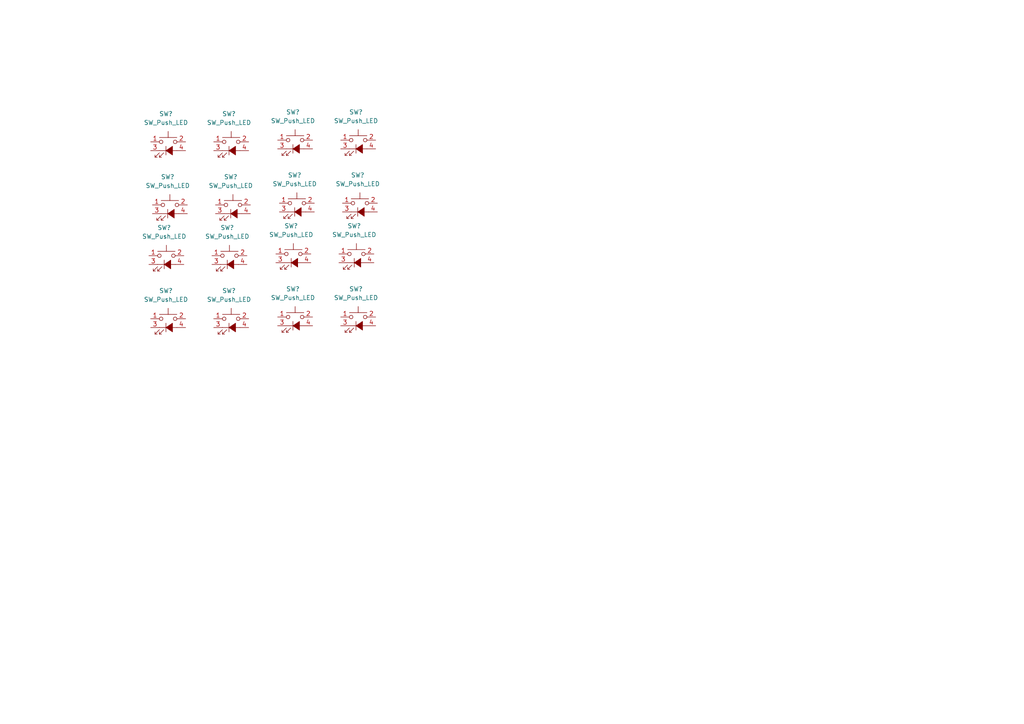
<source format=kicad_sch>
(kicad_sch (version 20211123) (generator eeschema)
  (paper "A4")
  (lib_symbols
    (symbol "Switch:SW_Push_LED" (pin_names (offset 1.016) hide)
      (property "Reference" "SW" (at 0.635 5.715 0))
      (property "Value" "SW_Push_LED" (at 0 -3.175 0))
      (symbol "SW_Push_LED_0_0"
        (polyline (pts (xy -3.81 -1.905) (xy -2.54 -0.635)))
        (polyline (pts (xy -2.54 -1.905) (xy -1.27 -0.635)))
        (polyline (pts (xy -2.54 0) (xy 2.54 0)))
        (polyline (pts (xy -0.635 1.27) (xy -0.635 -1.27)))
        (polyline (pts (xy -3.81 -1.27) (xy -3.81 -1.905) (xy -3.175 -1.905)))
        (polyline (pts (xy -2.54 -1.27) (xy -2.54 -1.905) (xy -1.905 -1.905)))
        (polyline (pts (xy -0.635 0) (xy 1.27 1.27) (xy 1.27 -1.27) (xy -0.635 0)) (fill (type outline)))
      )
      (symbol "SW_Push_LED_0_1"
        (circle (center -2.032 2.54) (radius 0.508))
        (polyline (pts (xy 0 3.81) (xy 0 5.588)))
        (polyline (pts (xy 2.54 3.81) (xy -2.54 3.81)))
        (circle (center 2.032 2.54) (radius 0.508))
        (pin passive line (at -5.08 2.54 0) (length 2.54) (name "1") (number "1"))
        (pin passive line (at 5.08 2.54 180) (length 2.54) (name "2") (number "2"))
        (pin passive line (at -5.08 0 0) (length 2.54) (name "K") (number "3"))
        (pin passive line (at 5.08 0 180) (length 2.54) (name "A") (number "4"))
      )
    )
  )
  (symbol (lib_id "Switch:SW_Push_LED") (at 49.276 61.976 0) (unit 1)
    (property "Reference" "SW?" (at 48.641 51.308 0))
    (property "Value" "SW_Push_LED" (at 48.641 53.848 0))
    (property "Footprint" "Pale Slim Ghost:PB01-109TL" (effects hide))
  )
  (symbol (lib_id "Switch:SW_Push_LED") (at 103.886 43.18 0) (unit 1)
    (property "Reference" "SW?" (at 103.251 32.512 0))
    (property "Value" "SW_Push_LED" (at 103.251 35.052 0))
    (property "Footprint" "Pale Slim Ghost:PB01-109TL" (effects hide))
  )
  (symbol (lib_id "Switch:SW_Push_LED") (at 85.598 94.488 0) (unit 1)
    (property "Reference" "SW?" (at 84.963 83.82 0))
    (property "Value" "SW_Push_LED" (at 84.963 86.36 0))
    (property "Footprint" "Pale Slim Ghost:PB01-109TL" (effects hide))
  )
  (symbol (lib_id "Switch:SW_Push_LED") (at 85.598 43.18 0) (unit 1)
    (property "Reference" "SW?" (at 84.963 32.512 0))
    (property "Value" "SW_Push_LED" (at 84.963 35.052 0))
    (property "Footprint" "Pale Slim Ghost:PB01-109TL" (effects hide))
  )
  (symbol (lib_id "Switch:SW_Push_LED") (at 48.768 94.996 0) (unit 1)
    (property "Reference" "SW?" (at 48.133 84.328 0))
    (property "Value" "SW_Push_LED" (at 48.133 86.868 0))
    (property "Footprint" "Pale Slim Ghost:PB01-109TL" (effects hide))
  )
  (symbol (lib_id "Switch:SW_Push_LED") (at 67.564 61.976 0) (unit 1)
    (property "Reference" "SW?" (at 66.929 51.308 0))
    (property "Value" "SW_Push_LED" (at 66.929 53.848 0))
    (property "Footprint" "Pale Slim Ghost:PB01-109TL" (effects hide))
  )
  (symbol (lib_id "Switch:SW_Push_LED") (at 67.056 94.996 0) (unit 1)
    (property "Reference" "SW?" (at 66.421 84.328 0))
    (property "Value" "SW_Push_LED" (at 66.421 86.868 0))
    (property "Footprint" "Pale Slim Ghost:PB01-109TL" (effects hide))
  )
  (symbol (lib_id "Switch:SW_Push_LED") (at 104.394 61.468 0) (unit 1)
    (property "Reference" "SW?" (at 103.759 50.8 0))
    (property "Value" "SW_Push_LED" (at 103.759 53.34 0))
    (property "Footprint" "Pale Slim Ghost:PB01-109TL" (effects hide))
  )
  (symbol (lib_id "Switch:SW_Push_LED") (at 67.056 43.688 0) (unit 1)
    (property "Reference" "SW?" (at 66.421 33.02 0))
    (property "Value" "SW_Push_LED" (at 66.421 35.56 0))
    (property "Footprint" "Pale Slim Ghost:PB01-109TL" (effects hide))
  )
  (symbol (lib_id "Switch:SW_Push_LED") (at 66.548 76.708 0) (unit 1)
    (property "Reference" "SW?" (at 65.913 66.04 0))
    (property "Value" "SW_Push_LED" (at 65.913 68.58 0))
    (property "Footprint" "Pale Slim Ghost:PB01-109TL" (effects hide))
  )
  (symbol (lib_id "Switch:SW_Push_LED") (at 86.106 61.468 0) (unit 1)
    (property "Reference" "SW?" (at 85.471 50.8 0))
    (property "Value" "SW_Push_LED" (at 85.471 53.34 0))
    (property "Footprint" "Pale Slim Ghost:PB01-109TL" (effects hide))
  )
  (symbol (lib_id "Switch:SW_Push_LED") (at 103.886 94.488 0) (unit 1)
    (property "Reference" "SW?" (at 103.251 83.82 0))
    (property "Value" "SW_Push_LED" (at 103.251 86.36 0))
    (property "Footprint" "Pale Slim Ghost:PB01-109TL" (effects hide))
  )
  (symbol (lib_id "Switch:SW_Push_LED") (at 48.26 76.708 0) (unit 1)
    (property "Reference" "SW?" (at 47.625 66.04 0))
    (property "Value" "SW_Push_LED" (at 47.625 68.58 0))
    (property "Footprint" "Pale Slim Ghost:PB01-109TL" (effects hide))
  )
  (symbol (lib_id "Switch:SW_Push_LED") (at 103.378 76.2 0) (unit 1)
    (property "Reference" "SW?" (at 102.743 65.532 0))
    (property "Value" "SW_Push_LED" (at 102.743 68.072 0))
    (property "Footprint" "Pale Slim Ghost:PB01-109TL" (effects hide))
  )
  (symbol (lib_id "Switch:SW_Push_LED") (at 48.768 43.688 0) (unit 1)
    (property "Reference" "SW?" (at 48.133 33.02 0))
    (property "Value" "SW_Push_LED" (at 48.133 35.56 0))
    (property "Footprint" "Pale Slim Ghost:PB01-109TL" (effects hide))
  )
  (symbol (lib_id "Switch:SW_Push_LED") (at 85.09 76.2 0) (unit 1)
    (property "Reference" "SW?" (at 84.455 65.532 0))
    (property "Value" "SW_Push_LED" (at 84.455 68.072 0))
    (property "Footprint" "Pale Slim Ghost:PB01-109TL" (effects hide))
  )
)
</source>
